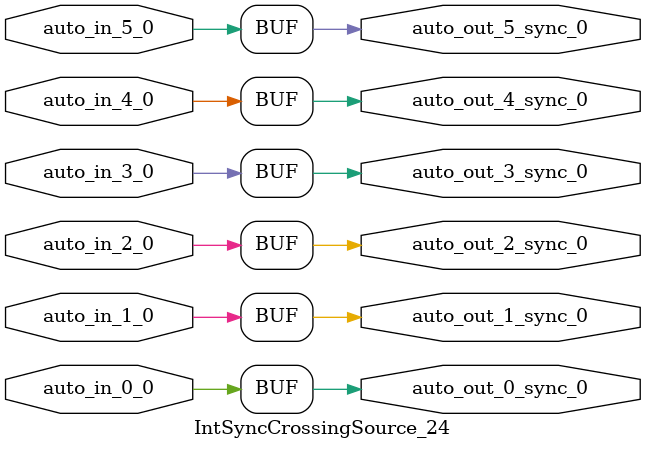
<source format=sv>
`ifndef RANDOMIZE
  `ifdef RANDOMIZE_REG_INIT
    `define RANDOMIZE
  `endif // RANDOMIZE_REG_INIT
`endif // not def RANDOMIZE
`ifndef RANDOMIZE
  `ifdef RANDOMIZE_MEM_INIT
    `define RANDOMIZE
  `endif // RANDOMIZE_MEM_INIT
`endif // not def RANDOMIZE

`ifndef RANDOM
  `define RANDOM $random
`endif // not def RANDOM

// Users can define 'PRINTF_COND' to add an extra gate to prints.
`ifndef PRINTF_COND_
  `ifdef PRINTF_COND
    `define PRINTF_COND_ (`PRINTF_COND)
  `else  // PRINTF_COND
    `define PRINTF_COND_ 1
  `endif // PRINTF_COND
`endif // not def PRINTF_COND_

// Users can define 'ASSERT_VERBOSE_COND' to add an extra gate to assert error printing.
`ifndef ASSERT_VERBOSE_COND_
  `ifdef ASSERT_VERBOSE_COND
    `define ASSERT_VERBOSE_COND_ (`ASSERT_VERBOSE_COND)
  `else  // ASSERT_VERBOSE_COND
    `define ASSERT_VERBOSE_COND_ 1
  `endif // ASSERT_VERBOSE_COND
`endif // not def ASSERT_VERBOSE_COND_

// Users can define 'STOP_COND' to add an extra gate to stop conditions.
`ifndef STOP_COND_
  `ifdef STOP_COND
    `define STOP_COND_ (`STOP_COND)
  `else  // STOP_COND
    `define STOP_COND_ 1
  `endif // STOP_COND
`endif // not def STOP_COND_

// Users can define INIT_RANDOM as general code that gets injected into the
// initializer block for modules with registers.
`ifndef INIT_RANDOM
  `define INIT_RANDOM
`endif // not def INIT_RANDOM

// If using random initialization, you can also define RANDOMIZE_DELAY to
// customize the delay used, otherwise 0.002 is used.
`ifndef RANDOMIZE_DELAY
  `define RANDOMIZE_DELAY 0.002
`endif // not def RANDOMIZE_DELAY

// Define INIT_RANDOM_PROLOG_ for use in our modules below.
`ifndef INIT_RANDOM_PROLOG_
  `ifdef RANDOMIZE
    `ifdef VERILATOR
      `define INIT_RANDOM_PROLOG_ `INIT_RANDOM
    `else  // VERILATOR
      `define INIT_RANDOM_PROLOG_ `INIT_RANDOM #`RANDOMIZE_DELAY begin end
    `endif // VERILATOR
  `else  // RANDOMIZE
    `define INIT_RANDOM_PROLOG_
  `endif // RANDOMIZE
`endif // not def INIT_RANDOM_PROLOG_

// Include register initializers in init blocks unless synthesis is set
`ifndef SYNTHESIS
  `ifndef ENABLE_INITIAL_REG_
    `define ENABLE_INITIAL_REG_
  `endif // not def ENABLE_INITIAL_REG_
`endif // not def SYNTHESIS

// Include rmemory initializers in init blocks unless synthesis is set
`ifndef SYNTHESIS
  `ifndef ENABLE_INITIAL_MEM_
    `define ENABLE_INITIAL_MEM_
  `endif // not def ENABLE_INITIAL_MEM_
`endif // not def SYNTHESIS

module IntSyncCrossingSource_24(
  input  auto_in_5_0,
         auto_in_4_0,
         auto_in_3_0,
         auto_in_2_0,
         auto_in_1_0,
         auto_in_0_0,
  output auto_out_5_sync_0,
         auto_out_4_sync_0,
         auto_out_3_sync_0,
         auto_out_2_sync_0,
         auto_out_1_sync_0,
         auto_out_0_sync_0
);

  assign auto_out_5_sync_0 = auto_in_5_0;
  assign auto_out_4_sync_0 = auto_in_4_0;
  assign auto_out_3_sync_0 = auto_in_3_0;
  assign auto_out_2_sync_0 = auto_in_2_0;
  assign auto_out_1_sync_0 = auto_in_1_0;
  assign auto_out_0_sync_0 = auto_in_0_0;
endmodule


</source>
